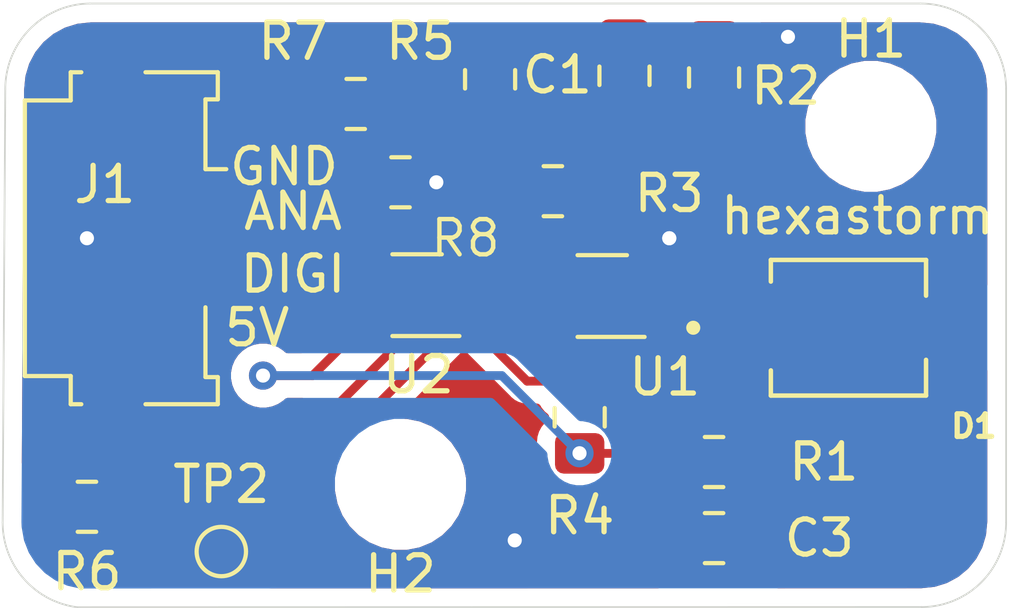
<source format=kicad_pcb>
(kicad_pcb (version 20171130) (host pcbnew "(5.1.10)-1")

  (general
    (thickness 1.6)
    (drawings 13)
    (tracks 120)
    (zones 0)
    (modules 17)
    (nets 9)
  )

  (page A4)
  (layers
    (0 F.Cu signal)
    (31 B.Cu signal)
    (32 B.Adhes user hide)
    (33 F.Adhes user hide)
    (34 B.Paste user hide)
    (35 F.Paste user hide)
    (36 B.SilkS user hide)
    (37 F.SilkS user)
    (38 B.Mask user hide)
    (39 F.Mask user hide)
    (40 Dwgs.User user hide)
    (41 Cmts.User user hide)
    (42 Eco1.User user hide)
    (43 Eco2.User user hide)
    (44 Edge.Cuts user)
    (45 Margin user)
    (46 B.CrtYd user hide)
    (47 F.CrtYd user)
    (48 B.Fab user hide)
    (49 F.Fab user hide)
  )

  (setup
    (last_trace_width 0.25)
    (trace_clearance 0.2)
    (zone_clearance 0.508)
    (zone_45_only no)
    (trace_min 0.2)
    (via_size 0.8)
    (via_drill 0.4)
    (via_min_size 0.4)
    (via_min_drill 0.3)
    (uvia_size 0.3)
    (uvia_drill 0.1)
    (uvias_allowed no)
    (uvia_min_size 0.2)
    (uvia_min_drill 0.1)
    (edge_width 0.05)
    (segment_width 0.2)
    (pcb_text_width 0.3)
    (pcb_text_size 1.5 1.5)
    (mod_edge_width 0.12)
    (mod_text_size 1 1)
    (mod_text_width 0.15)
    (pad_size 1.524 1.524)
    (pad_drill 0.762)
    (pad_to_mask_clearance 0.051)
    (solder_mask_min_width 0.25)
    (aux_axis_origin 0 0)
    (visible_elements 7FFFFFFF)
    (pcbplotparams
      (layerselection 0x010fc_ffffffff)
      (usegerberextensions true)
      (usegerberattributes false)
      (usegerberadvancedattributes false)
      (creategerberjobfile false)
      (excludeedgelayer true)
      (linewidth 0.100000)
      (plotframeref false)
      (viasonmask false)
      (mode 1)
      (useauxorigin false)
      (hpglpennumber 1)
      (hpglpenspeed 20)
      (hpglpendiameter 15.000000)
      (psnegative false)
      (psa4output false)
      (plotreference true)
      (plotvalue true)
      (plotinvisibletext false)
      (padsonsilk false)
      (subtractmaskfromsilk false)
      (outputformat 1)
      (mirror false)
      (drillshape 0)
      (scaleselection 1)
      (outputdirectory "gerber/"))
  )

  (net 0 "")
  (net 1 "Net-(C1-Pad2)")
  (net 2 GND)
  (net 3 +5V)
  (net 4 "Net-(R1-Pad1)")
  (net 5 "Net-(R4-Pad1)")
  (net 6 "Net-(R6-Pad1)")
  (net 7 ANALOG)
  (net 8 DIGITAL)

  (net_class Default "Dit is de standaard class."
    (clearance 0.2)
    (trace_width 0.25)
    (via_dia 0.8)
    (via_drill 0.4)
    (uvia_dia 0.3)
    (uvia_drill 0.1)
    (add_net +5V)
    (add_net ANALOG)
    (add_net DIGITAL)
    (add_net GND)
    (add_net "Net-(C1-Pad2)")
    (add_net "Net-(R1-Pad1)")
    (add_net "Net-(R4-Pad1)")
    (add_net "Net-(R6-Pad1)")
  )

  (module MountingHole:MountingHole_2.7mm_M2.5 (layer F.Cu) (tedit 56D1B4CB) (tstamp 60F480DB)
    (at 68.58 36.195)
    (descr "Mounting Hole 2.7mm, no annular, M2.5")
    (tags "mounting hole 2.7mm no annular m2.5")
    (path /60F59E31)
    (attr virtual)
    (fp_text reference H2 (at 0 2.54) (layer F.SilkS)
      (effects (font (size 1 1) (thickness 0.15)))
    )
    (fp_text value MountingHole (at 0 3.7) (layer F.Fab)
      (effects (font (size 1 1) (thickness 0.15)))
    )
    (fp_text user %R (at 0.3 0) (layer F.Fab)
      (effects (font (size 1 1) (thickness 0.15)))
    )
    (fp_circle (center 0 0) (end 2.7 0) (layer Cmts.User) (width 0.15))
    (fp_circle (center 0 0) (end 2.95 0) (layer F.CrtYd) (width 0.05))
    (pad 1 np_thru_hole circle (at 0 0) (size 2.7 2.7) (drill 2.7) (layers *.Cu *.Mask))
  )

  (module MountingHole:MountingHole_2.7mm_M2.5 (layer F.Cu) (tedit 56D1B4CB) (tstamp 60F480D3)
    (at 81.915 26.035)
    (descr "Mounting Hole 2.7mm, no annular, M2.5")
    (tags "mounting hole 2.7mm no annular m2.5")
    (path /60F59435)
    (attr virtual)
    (fp_text reference H1 (at 0 -2.4765) (layer F.SilkS)
      (effects (font (size 1 1) (thickness 0.15)))
    )
    (fp_text value MountingHole (at 0 3.7) (layer F.Fab)
      (effects (font (size 1 1) (thickness 0.15)))
    )
    (fp_text user %R (at 0.3 0) (layer F.Fab)
      (effects (font (size 1 1) (thickness 0.15)))
    )
    (fp_circle (center 0 0) (end 2.7 0) (layer Cmts.User) (width 0.15))
    (fp_circle (center 0 0) (end 2.95 0) (layer F.CrtYd) (width 0.05))
    (pad 1 np_thru_hole circle (at 0 0) (size 2.7 2.7) (drill 2.7) (layers *.Cu *.Mask))
  )

  (module Resistor_SMD:R_0805_2012Metric_Pad1.15x1.40mm_HandSolder (layer F.Cu) (tedit 5B36C52B) (tstamp 5D35729D)
    (at 77.47 35.56 180)
    (descr "Resistor SMD 0805 (2012 Metric), square (rectangular) end terminal, IPC_7351 nominal with elongated pad for handsoldering. (Body size source: https://docs.google.com/spreadsheets/d/1BsfQQcO9C6DZCsRaXUlFlo91Tg2WpOkGARC1WS5S8t0/edit?usp=sharing), generated with kicad-footprint-generator")
    (tags "resistor handsolder")
    (path /5D2FC149)
    (attr smd)
    (fp_text reference R1 (at -3.1115 0) (layer F.SilkS)
      (effects (font (size 1 1) (thickness 0.15)))
    )
    (fp_text value 22K (at 0 1.65) (layer F.Fab)
      (effects (font (size 1 1) (thickness 0.15)))
    )
    (fp_line (start 1.85 0.95) (end -1.85 0.95) (layer F.CrtYd) (width 0.05))
    (fp_line (start 1.85 -0.95) (end 1.85 0.95) (layer F.CrtYd) (width 0.05))
    (fp_line (start -1.85 -0.95) (end 1.85 -0.95) (layer F.CrtYd) (width 0.05))
    (fp_line (start -1.85 0.95) (end -1.85 -0.95) (layer F.CrtYd) (width 0.05))
    (fp_line (start -0.261252 0.71) (end 0.261252 0.71) (layer F.SilkS) (width 0.12))
    (fp_line (start -0.261252 -0.71) (end 0.261252 -0.71) (layer F.SilkS) (width 0.12))
    (fp_line (start 1 0.6) (end -1 0.6) (layer F.Fab) (width 0.1))
    (fp_line (start 1 -0.6) (end 1 0.6) (layer F.Fab) (width 0.1))
    (fp_line (start -1 -0.6) (end 1 -0.6) (layer F.Fab) (width 0.1))
    (fp_line (start -1 0.6) (end -1 -0.6) (layer F.Fab) (width 0.1))
    (fp_text user %R (at 0 0) (layer F.Fab)
      (effects (font (size 0.5 0.5) (thickness 0.08)))
    )
    (pad 2 smd roundrect (at 1.025 0 180) (size 1.15 1.4) (layers F.Cu F.Paste F.Mask) (roundrect_rratio 0.217391)
      (net 3 +5V))
    (pad 1 smd roundrect (at -1.025 0 180) (size 1.15 1.4) (layers F.Cu F.Paste F.Mask) (roundrect_rratio 0.217391)
      (net 4 "Net-(R1-Pad1)"))
    (model ${KISYS3DMOD}/Resistor_SMD.3dshapes/R_0805_2012Metric.wrl
      (at (xyz 0 0 0))
      (scale (xyz 1 1 1))
      (rotate (xyz 0 0 0))
    )
  )

  (module start-of-scanline-detector:Molex_200528-0040_1x04-1MP_P1.00mm_Horizontal (layer F.Cu) (tedit 60F54DC4) (tstamp 60F48108)
    (at 62.23 29.21 270)
    (descr "Molex Molex 1.00mm Pitch Easy-On BackFlip, Right-Angle, Bottom Contact FFC/FPC, 200528-0040, 4 Circuits (https://www.molex.com/pdm_docs/sd/2005280040_sd.pdf), generated with kicad-footprint-generator")
    (tags "connector Molex  top entry")
    (path /60F4F31C)
    (attr smd)
    (fp_text reference J1 (at -1.524 2.032 180) (layer F.SilkS)
      (effects (font (size 1 1) (thickness 0.15)))
    )
    (fp_text value "FPC molex 4 pin" (at 0 5.39 90) (layer F.Fab)
      (effects (font (size 1 1) (thickness 0.15)))
    )
    (fp_line (start 4.05 -1.06) (end 4.05 -0.71) (layer F.Fab) (width 0.1))
    (fp_line (start 4.05 -0.71) (end -4.05 -0.71) (layer F.Fab) (width 0.1))
    (fp_line (start -4.05 -0.71) (end -4.05 -1.06) (layer F.Fab) (width 0.1))
    (fp_line (start -4.05 -1.06) (end -4.6 -1.06) (layer F.Fab) (width 0.1))
    (fp_line (start -4.6 -1.06) (end -4.6 2.89) (layer F.Fab) (width 0.1))
    (fp_line (start -4.6 2.89) (end 4.6 2.89) (layer F.Fab) (width 0.1))
    (fp_line (start 4.6 2.89) (end 4.6 -1.06) (layer F.Fab) (width 0.1))
    (fp_line (start 4.6 -1.06) (end 4.05 -1.06) (layer F.Fab) (width 0.1))
    (fp_line (start -2 -0.71) (end -1.5 0.04) (layer F.Fab) (width 0.1))
    (fp_line (start -1.5 0.04) (end -1 -0.71) (layer F.Fab) (width 0.1))
    (fp_line (start 3.8 0.19) (end -3.8 0.19) (layer F.Fab) (width 0.1))
    (fp_line (start -3.8 0.19) (end -3.8 4.19) (layer F.Fab) (width 0.1))
    (fp_line (start -3.8 4.19) (end 3.8 4.19) (layer F.Fab) (width 0.1))
    (fp_line (start 3.8 4.19) (end 3.8 0.19) (layer F.Fab) (width 0.1))
    (fp_line (start -1.96 -1.41) (end -1.96 -0.82) (layer F.SilkS) (width 0.12))
    (fp_line (start -1.96 -0.82) (end -3.94 -0.82) (layer F.SilkS) (width 0.12))
    (fp_line (start -3.94 -0.82) (end -3.94 -1.17) (layer F.SilkS) (width 0.12))
    (fp_line (start -3.94 -1.17) (end -4.71 -1.17) (layer F.SilkS) (width 0.12))
    (fp_line (start -4.71 -1.17) (end -4.71 0.88) (layer F.SilkS) (width 0.12))
    (fp_line (start -4.71 2.7) (end -4.71 3) (layer F.SilkS) (width 0.12))
    (fp_line (start -4.71 3) (end -3.91 3) (layer F.SilkS) (width 0.12))
    (fp_line (start -3.91 3) (end -3.91 4.3) (layer F.SilkS) (width 0.12))
    (fp_line (start -3.91 4.3) (end 3.91 4.3) (layer F.SilkS) (width 0.12))
    (fp_line (start 3.91 4.3) (end 3.91 3) (layer F.SilkS) (width 0.12))
    (fp_line (start 3.91 3) (end 4.71 3) (layer F.SilkS) (width 0.12))
    (fp_line (start 4.71 3) (end 4.71 2.7) (layer F.SilkS) (width 0.12))
    (fp_line (start 4.71 0.88) (end 4.71 -1.17) (layer F.SilkS) (width 0.12))
    (fp_line (start 4.71 -1.17) (end 3.94 -1.17) (layer F.SilkS) (width 0.12))
    (fp_line (start 3.94 -1.17) (end 3.94 -0.82) (layer F.SilkS) (width 0.12))
    (fp_line (start 3.94 -0.82) (end 1.96 -0.82) (layer F.SilkS) (width 0.12))
    (fp_line (start -5.8 -1.91) (end -5.8 4.69) (layer F.CrtYd) (width 0.05))
    (fp_line (start -5.8 4.69) (end 5.8 4.69) (layer F.CrtYd) (width 0.05))
    (fp_line (start 5.8 4.69) (end 5.8 -1.91) (layer F.CrtYd) (width 0.05))
    (fp_line (start 5.8 -1.91) (end -5.8 -1.91) (layer F.CrtYd) (width 0.05))
    (fp_text user %R (at 0 1.39 90) (layer F.Fab)
      (effects (font (size 1 1) (thickness 0.15)))
    )
    (pad 4 smd rect (at 1.5 -0.91 270) (size 0.4 1) (layers F.Cu F.Paste F.Mask)
      (net 3 +5V))
    (pad 3 smd rect (at 0.5 -0.91 270) (size 0.4 1) (layers F.Cu F.Paste F.Mask)
      (net 8 DIGITAL))
    (pad 2 smd rect (at -0.5 -0.91 270) (size 0.4 1) (layers F.Cu F.Paste F.Mask)
      (net 7 ANALOG))
    (pad 1 smd rect (at -1.5 -0.91 270) (size 0.4 1) (layers F.Cu F.Paste F.Mask)
      (net 2 GND))
    (pad MP smd rect (at 4.3 1.79 270) (size 2 1.3) (layers F.Cu F.Paste F.Mask))
    (pad MP smd rect (at -4.3 1.79 270) (size 2 1.3) (layers F.Cu F.Paste F.Mask))
    (model ${KISYS3DMOD}/Connector_FFC-FPC.3dshapes/Molex_200528-0040_1x04-1MP_P1.00mm_Horizontal.wrl
      (at (xyz 0 0 0))
      (scale (xyz 1 1 1))
      (rotate (xyz 0 0 0))
    )
    (model ${KIPRJMOD}/library/3dshapes/2005280040.stp
      (offset (xyz 0 1 0))
      (scale (xyz 1 1 1))
      (rotate (xyz 180 0 0))
    )
  )

  (module start-of-scanline-detector:DIO_BPW_34_S-Z (layer F.Cu) (tedit 60F47780) (tstamp 60F4E1A5)
    (at 81.28 31.75 180)
    (path /60F4E6EC)
    (fp_text reference D1 (at -3.556 -2.794) (layer F.SilkS)
      (effects (font (size 0.64 0.64) (thickness 0.15)))
    )
    (fp_text value BPW_34_S-Z (at 1.5896 2.6936) (layer F.Fab)
      (effects (font (size 0.64 0.64) (thickness 0.15)))
    )
    (fp_circle (center 4.4 0) (end 4.5 0) (layer F.Fab) (width 0.2))
    (fp_circle (center 4.4 0) (end 4.5 0) (layer F.SilkS) (width 0.2))
    (fp_line (start 4.05 2.175) (end -4.05 2.175) (layer F.CrtYd) (width 0.05))
    (fp_line (start 4.05 -2.175) (end 4.05 2.175) (layer F.CrtYd) (width 0.05))
    (fp_line (start -4.05 -2.175) (end 4.05 -2.175) (layer F.CrtYd) (width 0.05))
    (fp_line (start -4.05 2.175) (end -4.05 -2.175) (layer F.CrtYd) (width 0.05))
    (fp_line (start 2.2 1.925) (end 2.2 1.31) (layer F.SilkS) (width 0.127))
    (fp_line (start -2.2 1.925) (end 2.2 1.925) (layer F.SilkS) (width 0.127))
    (fp_line (start -2.2 0.91) (end -2.2 1.925) (layer F.SilkS) (width 0.127))
    (fp_line (start 2.2 -1.925) (end 2.2 -1.21) (layer F.SilkS) (width 0.127))
    (fp_line (start -2.2 -1.925) (end 2.2 -1.925) (layer F.SilkS) (width 0.127))
    (fp_line (start -2.2 -0.91) (end -2.2 -1.925) (layer F.SilkS) (width 0.127))
    (fp_line (start 2.2 1.925) (end -2.2 1.925) (layer F.Fab) (width 0.127))
    (fp_line (start 2.2 -1.925) (end 2.2 1.925) (layer F.Fab) (width 0.127))
    (fp_line (start -2.2 -1.925) (end 2.2 -1.925) (layer F.Fab) (width 0.127))
    (fp_line (start -2.2 1.925) (end -2.2 -1.925) (layer F.Fab) (width 0.127))
    (fp_poly (pts (xy -3.7 -0.55) (xy -2.4 -0.55) (xy -2.4 0.55) (xy -3.7 0.55)) (layer F.Paste) (width 0.01))
    (fp_poly (pts (xy 2.4 -0.95) (xy 3.7 -0.95) (xy 3.7 0.95) (xy 2.4 0.95)) (layer F.Paste) (width 0.01))
    (fp_poly (pts (xy 2.3 -1.05) (xy 3.8 -1.05) (xy 3.8 1.05) (xy 2.3 1.05)) (layer F.Mask) (width 0.01))
    (fp_poly (pts (xy -3.8 -0.65) (xy -2.3 -0.65) (xy -2.3 0.65) (xy -3.8 0.65)) (layer F.Mask) (width 0.01))
    (pad C smd rect (at 3.05 0 180) (size 1.4 2) (layers F.Cu)
      (net 1 "Net-(C1-Pad2)"))
    (pad A smd rect (at -3.05 0 180) (size 1.4 1.2) (layers F.Cu)
      (net 2 GND))
    (model ${KIPRJMOD}/library/3dshapes/BPW_34_S_20180209_geometry.STEP
      (offset (xyz 0 0 1.2))
      (scale (xyz 1 1 1))
      (rotate (xyz 0 0 -90))
    )
  )

  (module TestPoint:TestPoint_Pad_D1.0mm (layer F.Cu) (tedit 5A0F774F) (tstamp 5D357324)
    (at 63.5 38.1)
    (descr "SMD pad as test Point, diameter 1.0mm")
    (tags "test point SMD pad")
    (path /5D306F69)
    (attr virtual)
    (fp_text reference TP2 (at 0 -1.905) (layer F.SilkS)
      (effects (font (size 1 1) (thickness 0.15)))
    )
    (fp_text value HSync (at 0 1.55) (layer F.Fab)
      (effects (font (size 1 1) (thickness 0.15)))
    )
    (fp_circle (center 0 0) (end 0 0.7) (layer F.SilkS) (width 0.12))
    (fp_circle (center 0 0) (end 1 0) (layer F.CrtYd) (width 0.05))
    (fp_text user %R (at 0 -1.45) (layer F.Fab)
      (effects (font (size 1 1) (thickness 0.15)))
    )
    (pad 1 smd circle (at 0 0) (size 1 1) (layers F.Cu F.Mask)
      (net 6 "Net-(R6-Pad1)"))
  )

  (module Package_TO_SOT_SMD:SOT-353_SC-70-5_Handsoldering (layer F.Cu) (tedit 5C9ED275) (tstamp 5D35734E)
    (at 69.05 30.825 180)
    (descr "SOT-353, SC-70-5, Handsoldering")
    (tags "SOT-353 SC-70-5 Handsoldering")
    (path /5D2FBC30)
    (attr smd)
    (fp_text reference U2 (at -0.038 -2.2585) (layer F.SilkS)
      (effects (font (size 1 1) (thickness 0.15)))
    )
    (fp_text value MIC920 (at 0 2 180) (layer F.Fab)
      (effects (font (size 1 1) (thickness 0.15)))
    )
    (fp_line (start -0.175 -1.1) (end -0.675 -0.6) (layer F.Fab) (width 0.1))
    (fp_line (start 0.675 1.1) (end -0.675 1.1) (layer F.Fab) (width 0.1))
    (fp_line (start 0.675 -1.1) (end 0.675 1.1) (layer F.Fab) (width 0.1))
    (fp_line (start -2.4 1.4) (end 2.4 1.4) (layer F.CrtYd) (width 0.05))
    (fp_line (start -0.675 -0.6) (end -0.675 1.1) (layer F.Fab) (width 0.1))
    (fp_line (start 0.675 -1.1) (end -0.175 -1.1) (layer F.Fab) (width 0.1))
    (fp_line (start -2.4 -1.4) (end 2.4 -1.4) (layer F.CrtYd) (width 0.05))
    (fp_line (start -2.4 -1.4) (end -2.4 1.4) (layer F.CrtYd) (width 0.05))
    (fp_line (start 2.4 1.4) (end 2.4 -1.4) (layer F.CrtYd) (width 0.05))
    (fp_line (start -0.7 1.16) (end 0.7 1.16) (layer F.SilkS) (width 0.12))
    (fp_line (start 0.7 -1.16) (end -1.2 -1.16) (layer F.SilkS) (width 0.12))
    (fp_text user %R (at 0 0 90) (layer F.Fab)
      (effects (font (size 0.5 0.5) (thickness 0.075)))
    )
    (pad 5 smd rect (at 1.33 -0.65 180) (size 1.5 0.4) (layers F.Cu F.Paste F.Mask)
      (net 3 +5V))
    (pad 4 smd rect (at 1.33 0.65 180) (size 1.5 0.4) (layers F.Cu F.Paste F.Mask)
      (net 6 "Net-(R6-Pad1)"))
    (pad 3 smd rect (at -1.33 0.65 180) (size 1.5 0.4) (layers F.Cu F.Paste F.Mask)
      (net 7 ANALOG))
    (pad 2 smd rect (at -1.33 0 180) (size 1.5 0.4) (layers F.Cu F.Paste F.Mask)
      (net 2 GND))
    (pad 1 smd rect (at -1.33 -0.65 180) (size 1.5 0.4) (layers F.Cu F.Paste F.Mask)
      (net 5 "Net-(R4-Pad1)"))
    (model ${KISYS3DMOD}/Package_TO_SOT_SMD.3dshapes/SOT-353_SC-70-5.wrl
      (at (xyz 0 0 0))
      (scale (xyz 1 1 1))
      (rotate (xyz 0 0 0))
    )
  )

  (module Package_TO_SOT_SMD:SOT-353_SC-70-5_Handsoldering (layer F.Cu) (tedit 5C9ED275) (tstamp 5D357339)
    (at 74.3 30.85 180)
    (descr "SOT-353, SC-70-5, Handsoldering")
    (tags "SOT-353 SC-70-5 Handsoldering")
    (path /5D2FBB8F)
    (attr smd)
    (fp_text reference U1 (at -1.773 -2.297) (layer F.SilkS)
      (effects (font (size 1 1) (thickness 0.15)))
    )
    (fp_text value MIC920 (at 0 2 180) (layer F.Fab)
      (effects (font (size 1 1) (thickness 0.15)))
    )
    (fp_line (start -0.175 -1.1) (end -0.675 -0.6) (layer F.Fab) (width 0.1))
    (fp_line (start 0.675 1.1) (end -0.675 1.1) (layer F.Fab) (width 0.1))
    (fp_line (start 0.675 -1.1) (end 0.675 1.1) (layer F.Fab) (width 0.1))
    (fp_line (start -2.4 1.4) (end 2.4 1.4) (layer F.CrtYd) (width 0.05))
    (fp_line (start -0.675 -0.6) (end -0.675 1.1) (layer F.Fab) (width 0.1))
    (fp_line (start 0.675 -1.1) (end -0.175 -1.1) (layer F.Fab) (width 0.1))
    (fp_line (start -2.4 -1.4) (end 2.4 -1.4) (layer F.CrtYd) (width 0.05))
    (fp_line (start -2.4 -1.4) (end -2.4 1.4) (layer F.CrtYd) (width 0.05))
    (fp_line (start 2.4 1.4) (end 2.4 -1.4) (layer F.CrtYd) (width 0.05))
    (fp_line (start -0.7 1.16) (end 0.7 1.16) (layer F.SilkS) (width 0.12))
    (fp_line (start 0.7 -1.16) (end -1.2 -1.16) (layer F.SilkS) (width 0.12))
    (fp_text user %R (at 0 0 90) (layer F.Fab)
      (effects (font (size 0.5 0.5) (thickness 0.075)))
    )
    (pad 5 smd rect (at 1.33 -0.65 180) (size 1.5 0.4) (layers F.Cu F.Paste F.Mask)
      (net 3 +5V))
    (pad 4 smd rect (at 1.33 0.65 180) (size 1.5 0.4) (layers F.Cu F.Paste F.Mask)
      (net 7 ANALOG))
    (pad 3 smd rect (at -1.33 0.65 180) (size 1.5 0.4) (layers F.Cu F.Paste F.Mask)
      (net 1 "Net-(C1-Pad2)"))
    (pad 2 smd rect (at -1.33 0 180) (size 1.5 0.4) (layers F.Cu F.Paste F.Mask)
      (net 2 GND))
    (pad 1 smd rect (at -1.33 -0.65 180) (size 1.5 0.4) (layers F.Cu F.Paste F.Mask)
      (net 4 "Net-(R1-Pad1)"))
    (model ${KISYS3DMOD}/Package_TO_SOT_SMD.3dshapes/SOT-353_SC-70-5.wrl
      (at (xyz 0 0 0))
      (scale (xyz 1 1 1))
      (rotate (xyz 0 0 0))
    )
  )

  (module Resistor_SMD:R_0805_2012Metric_Pad1.15x1.40mm_HandSolder (layer F.Cu) (tedit 5B36C52B) (tstamp 5D357314)
    (at 68.58 27.6225)
    (descr "Resistor SMD 0805 (2012 Metric), square (rectangular) end terminal, IPC_7351 nominal with elongated pad for handsoldering. (Body size source: https://docs.google.com/spreadsheets/d/1BsfQQcO9C6DZCsRaXUlFlo91Tg2WpOkGARC1WS5S8t0/edit?usp=sharing), generated with kicad-footprint-generator")
    (tags "resistor handsolder")
    (path /5D2FBFE4)
    (attr smd)
    (fp_text reference R8 (at 1.8415 1.5875) (layer F.SilkS)
      (effects (font (size 1 1) (thickness 0.125)))
    )
    (fp_text value 8K2 (at 0.275 1.925) (layer F.Fab)
      (effects (font (size 1 1) (thickness 0.15)))
    )
    (fp_line (start 1.85 0.95) (end -1.85 0.95) (layer F.CrtYd) (width 0.05))
    (fp_line (start 1.85 -0.95) (end 1.85 0.95) (layer F.CrtYd) (width 0.05))
    (fp_line (start -1.85 -0.95) (end 1.85 -0.95) (layer F.CrtYd) (width 0.05))
    (fp_line (start -1.85 0.95) (end -1.85 -0.95) (layer F.CrtYd) (width 0.05))
    (fp_line (start -0.261252 0.71) (end 0.261252 0.71) (layer F.SilkS) (width 0.12))
    (fp_line (start -0.261252 -0.71) (end 0.261252 -0.71) (layer F.SilkS) (width 0.12))
    (fp_line (start 1 0.6) (end -1 0.6) (layer F.Fab) (width 0.1))
    (fp_line (start 1 -0.6) (end 1 0.6) (layer F.Fab) (width 0.1))
    (fp_line (start -1 -0.6) (end 1 -0.6) (layer F.Fab) (width 0.1))
    (fp_line (start -1 0.6) (end -1 -0.6) (layer F.Fab) (width 0.1))
    (fp_text user %R (at -0.075 -0.2) (layer F.Fab)
      (effects (font (size 0.5 0.5) (thickness 0.08)))
    )
    (pad 2 smd roundrect (at 1.025 0) (size 1.15 1.4) (layers F.Cu F.Paste F.Mask) (roundrect_rratio 0.217391)
      (net 2 GND))
    (pad 1 smd roundrect (at -1.025 0) (size 1.15 1.4) (layers F.Cu F.Paste F.Mask) (roundrect_rratio 0.217391)
      (net 8 DIGITAL))
    (model ${KISYS3DMOD}/Resistor_SMD.3dshapes/R_0805_2012Metric.wrl
      (at (xyz 0 0 0))
      (scale (xyz 1 1 1))
      (rotate (xyz 0 0 0))
    )
  )

  (module Resistor_SMD:R_0805_2012Metric_Pad1.15x1.40mm_HandSolder (layer F.Cu) (tedit 5B36C52B) (tstamp 5D357303)
    (at 67.31 25.4)
    (descr "Resistor SMD 0805 (2012 Metric), square (rectangular) end terminal, IPC_7351 nominal with elongated pad for handsoldering. (Body size source: https://docs.google.com/spreadsheets/d/1BsfQQcO9C6DZCsRaXUlFlo91Tg2WpOkGARC1WS5S8t0/edit?usp=sharing), generated with kicad-footprint-generator")
    (tags "resistor handsolder")
    (path /5D2FC093)
    (attr smd)
    (fp_text reference R7 (at -1.778 -1.778) (layer F.SilkS)
      (effects (font (size 1 1) (thickness 0.15)))
    )
    (fp_text value 1K5 (at 0 1.65) (layer F.Fab)
      (effects (font (size 1 1) (thickness 0.15)))
    )
    (fp_line (start 1.85 0.95) (end -1.85 0.95) (layer F.CrtYd) (width 0.05))
    (fp_line (start 1.85 -0.95) (end 1.85 0.95) (layer F.CrtYd) (width 0.05))
    (fp_line (start -1.85 -0.95) (end 1.85 -0.95) (layer F.CrtYd) (width 0.05))
    (fp_line (start -1.85 0.95) (end -1.85 -0.95) (layer F.CrtYd) (width 0.05))
    (fp_line (start -0.261252 0.71) (end 0.261252 0.71) (layer F.SilkS) (width 0.12))
    (fp_line (start -0.261252 -0.71) (end 0.261252 -0.71) (layer F.SilkS) (width 0.12))
    (fp_line (start 1 0.6) (end -1 0.6) (layer F.Fab) (width 0.1))
    (fp_line (start 1 -0.6) (end 1 0.6) (layer F.Fab) (width 0.1))
    (fp_line (start -1 -0.6) (end 1 -0.6) (layer F.Fab) (width 0.1))
    (fp_line (start -1 0.6) (end -1 -0.6) (layer F.Fab) (width 0.1))
    (fp_text user %R (at 0 -0.1) (layer F.Fab)
      (effects (font (size 0.5 0.5) (thickness 0.08)))
    )
    (pad 2 smd roundrect (at 1.025 0) (size 1.15 1.4) (layers F.Cu F.Paste F.Mask) (roundrect_rratio 0.217391)
      (net 6 "Net-(R6-Pad1)"))
    (pad 1 smd roundrect (at -1.025 0) (size 1.15 1.4) (layers F.Cu F.Paste F.Mask) (roundrect_rratio 0.217391)
      (net 8 DIGITAL))
    (model ${KISYS3DMOD}/Resistor_SMD.3dshapes/R_0805_2012Metric.wrl
      (at (xyz 0 0 0))
      (scale (xyz 1 1 1))
      (rotate (xyz 0 0 0))
    )
  )

  (module Resistor_SMD:R_0805_2012Metric_Pad1.15x1.40mm_HandSolder (layer F.Cu) (tedit 5B36C52B) (tstamp 5D3572F2)
    (at 59.69 36.83)
    (descr "Resistor SMD 0805 (2012 Metric), square (rectangular) end terminal, IPC_7351 nominal with elongated pad for handsoldering. (Body size source: https://docs.google.com/spreadsheets/d/1BsfQQcO9C6DZCsRaXUlFlo91Tg2WpOkGARC1WS5S8t0/edit?usp=sharing), generated with kicad-footprint-generator")
    (tags "resistor handsolder")
    (path /5D2FC0D0)
    (attr smd)
    (fp_text reference R6 (at 0 1.8415) (layer F.SilkS)
      (effects (font (size 1 1) (thickness 0.15)))
    )
    (fp_text value 22K (at 0 1.65) (layer F.Fab)
      (effects (font (size 1 1) (thickness 0.15)))
    )
    (fp_line (start 1.85 0.95) (end -1.85 0.95) (layer F.CrtYd) (width 0.05))
    (fp_line (start 1.85 -0.95) (end 1.85 0.95) (layer F.CrtYd) (width 0.05))
    (fp_line (start -1.85 -0.95) (end 1.85 -0.95) (layer F.CrtYd) (width 0.05))
    (fp_line (start -1.85 0.95) (end -1.85 -0.95) (layer F.CrtYd) (width 0.05))
    (fp_line (start -0.261252 0.71) (end 0.261252 0.71) (layer F.SilkS) (width 0.12))
    (fp_line (start -0.261252 -0.71) (end 0.261252 -0.71) (layer F.SilkS) (width 0.12))
    (fp_line (start 1 0.6) (end -1 0.6) (layer F.Fab) (width 0.1))
    (fp_line (start 1 -0.6) (end 1 0.6) (layer F.Fab) (width 0.1))
    (fp_line (start -1 -0.6) (end 1 -0.6) (layer F.Fab) (width 0.1))
    (fp_line (start -1 0.6) (end -1 -0.6) (layer F.Fab) (width 0.1))
    (fp_text user %R (at 0 0) (layer F.Fab)
      (effects (font (size 0.5 0.5) (thickness 0.08)))
    )
    (pad 2 smd roundrect (at 1.025 0) (size 1.15 1.4) (layers F.Cu F.Paste F.Mask) (roundrect_rratio 0.217391)
      (net 5 "Net-(R4-Pad1)"))
    (pad 1 smd roundrect (at -1.025 0) (size 1.15 1.4) (layers F.Cu F.Paste F.Mask) (roundrect_rratio 0.217391)
      (net 6 "Net-(R6-Pad1)"))
    (model ${KISYS3DMOD}/Resistor_SMD.3dshapes/R_0805_2012Metric.wrl
      (at (xyz 0 0 0))
      (scale (xyz 1 1 1))
      (rotate (xyz 0 0 0))
    )
  )

  (module Resistor_SMD:R_0805_2012Metric_Pad1.15x1.40mm_HandSolder (layer F.Cu) (tedit 5B36C52B) (tstamp 5D3572E1)
    (at 71.12 24.7 270)
    (descr "Resistor SMD 0805 (2012 Metric), square (rectangular) end terminal, IPC_7351 nominal with elongated pad for handsoldering. (Body size source: https://docs.google.com/spreadsheets/d/1BsfQQcO9C6DZCsRaXUlFlo91Tg2WpOkGARC1WS5S8t0/edit?usp=sharing), generated with kicad-footprint-generator")
    (tags "resistor handsolder")
    (path /5D2FC1B7)
    (attr smd)
    (fp_text reference R5 (at -1.078 1.9685) (layer F.SilkS)
      (effects (font (size 1 1) (thickness 0.15)))
    )
    (fp_text value 8K2 (at 0 1.65 90) (layer F.Fab)
      (effects (font (size 1 1) (thickness 0.15)))
    )
    (fp_line (start 1.85 0.95) (end -1.85 0.95) (layer F.CrtYd) (width 0.05))
    (fp_line (start 1.85 -0.95) (end 1.85 0.95) (layer F.CrtYd) (width 0.05))
    (fp_line (start -1.85 -0.95) (end 1.85 -0.95) (layer F.CrtYd) (width 0.05))
    (fp_line (start -1.85 0.95) (end -1.85 -0.95) (layer F.CrtYd) (width 0.05))
    (fp_line (start -0.261252 0.71) (end 0.261252 0.71) (layer F.SilkS) (width 0.12))
    (fp_line (start -0.261252 -0.71) (end 0.261252 -0.71) (layer F.SilkS) (width 0.12))
    (fp_line (start 1 0.6) (end -1 0.6) (layer F.Fab) (width 0.1))
    (fp_line (start 1 -0.6) (end 1 0.6) (layer F.Fab) (width 0.1))
    (fp_line (start -1 -0.6) (end 1 -0.6) (layer F.Fab) (width 0.1))
    (fp_line (start -1 0.6) (end -1 -0.6) (layer F.Fab) (width 0.1))
    (fp_text user %R (at 0 0 90) (layer F.Fab)
      (effects (font (size 0.5 0.5) (thickness 0.08)))
    )
    (pad 2 smd roundrect (at 1.025 0 270) (size 1.15 1.4) (layers F.Cu F.Paste F.Mask) (roundrect_rratio 0.217391)
      (net 5 "Net-(R4-Pad1)"))
    (pad 1 smd roundrect (at -1.025 0 270) (size 1.15 1.4) (layers F.Cu F.Paste F.Mask) (roundrect_rratio 0.217391)
      (net 2 GND))
    (model ${KISYS3DMOD}/Resistor_SMD.3dshapes/R_0805_2012Metric.wrl
      (at (xyz 0 0 0))
      (scale (xyz 1 1 1))
      (rotate (xyz 0 0 0))
    )
  )

  (module Resistor_SMD:R_0805_2012Metric_Pad1.15x1.40mm_HandSolder (layer F.Cu) (tedit 5B36C52B) (tstamp 5D3572D0)
    (at 73.66 34.29 270)
    (descr "Resistor SMD 0805 (2012 Metric), square (rectangular) end terminal, IPC_7351 nominal with elongated pad for handsoldering. (Body size source: https://docs.google.com/spreadsheets/d/1BsfQQcO9C6DZCsRaXUlFlo91Tg2WpOkGARC1WS5S8t0/edit?usp=sharing), generated with kicad-footprint-generator")
    (tags "resistor handsolder")
    (path /5D2FC0FA)
    (attr smd)
    (fp_text reference R4 (at 2.794 0 180) (layer F.SilkS)
      (effects (font (size 1 1) (thickness 0.15)))
    )
    (fp_text value 8K2 (at 0 1.65 90) (layer F.Fab)
      (effects (font (size 1 1) (thickness 0.15)))
    )
    (fp_line (start 1.85 0.95) (end -1.85 0.95) (layer F.CrtYd) (width 0.05))
    (fp_line (start 1.85 -0.95) (end 1.85 0.95) (layer F.CrtYd) (width 0.05))
    (fp_line (start -1.85 -0.95) (end 1.85 -0.95) (layer F.CrtYd) (width 0.05))
    (fp_line (start -1.85 0.95) (end -1.85 -0.95) (layer F.CrtYd) (width 0.05))
    (fp_line (start -0.261252 0.71) (end 0.261252 0.71) (layer F.SilkS) (width 0.12))
    (fp_line (start -0.261252 -0.71) (end 0.261252 -0.71) (layer F.SilkS) (width 0.12))
    (fp_line (start 1 0.6) (end -1 0.6) (layer F.Fab) (width 0.1))
    (fp_line (start 1 -0.6) (end 1 0.6) (layer F.Fab) (width 0.1))
    (fp_line (start -1 -0.6) (end 1 -0.6) (layer F.Fab) (width 0.1))
    (fp_line (start -1 0.6) (end -1 -0.6) (layer F.Fab) (width 0.1))
    (fp_text user %R (at 0 0 90) (layer F.Fab)
      (effects (font (size 0.5 0.5) (thickness 0.08)))
    )
    (pad 2 smd roundrect (at 1.025 0 270) (size 1.15 1.4) (layers F.Cu F.Paste F.Mask) (roundrect_rratio 0.217391)
      (net 3 +5V))
    (pad 1 smd roundrect (at -1.025 0 270) (size 1.15 1.4) (layers F.Cu F.Paste F.Mask) (roundrect_rratio 0.217391)
      (net 5 "Net-(R4-Pad1)"))
    (model ${KISYS3DMOD}/Resistor_SMD.3dshapes/R_0805_2012Metric.wrl
      (at (xyz 0 0 0))
      (scale (xyz 1 1 1))
      (rotate (xyz 0 0 0))
    )
  )

  (module Resistor_SMD:R_0805_2012Metric_Pad1.15x1.40mm_HandSolder (layer F.Cu) (tedit 5B36C52B) (tstamp 5D3572BF)
    (at 72.9 27.875 180)
    (descr "Resistor SMD 0805 (2012 Metric), square (rectangular) end terminal, IPC_7351 nominal with elongated pad for handsoldering. (Body size source: https://docs.google.com/spreadsheets/d/1BsfQQcO9C6DZCsRaXUlFlo91Tg2WpOkGARC1WS5S8t0/edit?usp=sharing), generated with kicad-footprint-generator")
    (tags "resistor handsolder")
    (path /5D2FC1F7)
    (attr smd)
    (fp_text reference R3 (at -3.3 -0.065) (layer F.SilkS)
      (effects (font (size 1 1) (thickness 0.15)))
    )
    (fp_text value 22K (at 0 1.65) (layer F.Fab)
      (effects (font (size 1 1) (thickness 0.15)))
    )
    (fp_line (start 1.85 0.95) (end -1.85 0.95) (layer F.CrtYd) (width 0.05))
    (fp_line (start 1.85 -0.95) (end 1.85 0.95) (layer F.CrtYd) (width 0.05))
    (fp_line (start -1.85 -0.95) (end 1.85 -0.95) (layer F.CrtYd) (width 0.05))
    (fp_line (start -1.85 0.95) (end -1.85 -0.95) (layer F.CrtYd) (width 0.05))
    (fp_line (start -0.261252 0.71) (end 0.261252 0.71) (layer F.SilkS) (width 0.12))
    (fp_line (start -0.261252 -0.71) (end 0.261252 -0.71) (layer F.SilkS) (width 0.12))
    (fp_line (start 1 0.6) (end -1 0.6) (layer F.Fab) (width 0.1))
    (fp_line (start 1 -0.6) (end 1 0.6) (layer F.Fab) (width 0.1))
    (fp_line (start -1 -0.6) (end 1 -0.6) (layer F.Fab) (width 0.1))
    (fp_line (start -1 0.6) (end -1 -0.6) (layer F.Fab) (width 0.1))
    (fp_text user %R (at 0 0) (layer F.Fab)
      (effects (font (size 0.5 0.5) (thickness 0.08)))
    )
    (pad 2 smd roundrect (at 1.025 0 180) (size 1.15 1.4) (layers F.Cu F.Paste F.Mask) (roundrect_rratio 0.217391)
      (net 7 ANALOG))
    (pad 1 smd roundrect (at -1.025 0 180) (size 1.15 1.4) (layers F.Cu F.Paste F.Mask) (roundrect_rratio 0.217391)
      (net 1 "Net-(C1-Pad2)"))
    (model ${KISYS3DMOD}/Resistor_SMD.3dshapes/R_0805_2012Metric.wrl
      (at (xyz 0 0 0))
      (scale (xyz 1 1 1))
      (rotate (xyz 0 0 0))
    )
  )

  (module Resistor_SMD:R_0805_2012Metric_Pad1.15x1.40mm_HandSolder (layer F.Cu) (tedit 5B36C52B) (tstamp 5D3572AE)
    (at 77.47 24.65 270)
    (descr "Resistor SMD 0805 (2012 Metric), square (rectangular) end terminal, IPC_7351 nominal with elongated pad for handsoldering. (Body size source: https://docs.google.com/spreadsheets/d/1BsfQQcO9C6DZCsRaXUlFlo91Tg2WpOkGARC1WS5S8t0/edit?usp=sharing), generated with kicad-footprint-generator")
    (tags "resistor handsolder")
    (path /5D2FC173)
    (attr smd)
    (fp_text reference R2 (at 0.242 -2.032 180) (layer F.SilkS)
      (effects (font (size 1 1) (thickness 0.15)))
    )
    (fp_text value 8K2 (at 0 1.65 90) (layer F.Fab)
      (effects (font (size 1 1) (thickness 0.15)))
    )
    (fp_line (start 1.85 0.95) (end -1.85 0.95) (layer F.CrtYd) (width 0.05))
    (fp_line (start 1.85 -0.95) (end 1.85 0.95) (layer F.CrtYd) (width 0.05))
    (fp_line (start -1.85 -0.95) (end 1.85 -0.95) (layer F.CrtYd) (width 0.05))
    (fp_line (start -1.85 0.95) (end -1.85 -0.95) (layer F.CrtYd) (width 0.05))
    (fp_line (start -0.261252 0.71) (end 0.261252 0.71) (layer F.SilkS) (width 0.12))
    (fp_line (start -0.261252 -0.71) (end 0.261252 -0.71) (layer F.SilkS) (width 0.12))
    (fp_line (start 1 0.6) (end -1 0.6) (layer F.Fab) (width 0.1))
    (fp_line (start 1 -0.6) (end 1 0.6) (layer F.Fab) (width 0.1))
    (fp_line (start -1 -0.6) (end 1 -0.6) (layer F.Fab) (width 0.1))
    (fp_line (start -1 0.6) (end -1 -0.6) (layer F.Fab) (width 0.1))
    (fp_text user %R (at 0 0 90) (layer F.Fab)
      (effects (font (size 0.5 0.5) (thickness 0.08)))
    )
    (pad 2 smd roundrect (at 1.025 0 270) (size 1.15 1.4) (layers F.Cu F.Paste F.Mask) (roundrect_rratio 0.217391)
      (net 4 "Net-(R1-Pad1)"))
    (pad 1 smd roundrect (at -1.025 0 270) (size 1.15 1.4) (layers F.Cu F.Paste F.Mask) (roundrect_rratio 0.217391)
      (net 2 GND))
    (model ${KISYS3DMOD}/Resistor_SMD.3dshapes/R_0805_2012Metric.wrl
      (at (xyz 0 0 0))
      (scale (xyz 1 1 1))
      (rotate (xyz 0 0 0))
    )
  )

  (module Capacitor_SMD:C_0805_2012Metric_Pad1.15x1.40mm_HandSolder (layer F.Cu) (tedit 5B36C52B) (tstamp 5D357235)
    (at 77.47 37.719)
    (descr "Capacitor SMD 0805 (2012 Metric), square (rectangular) end terminal, IPC_7351 nominal with elongated pad for handsoldering. (Body size source: https://docs.google.com/spreadsheets/d/1BsfQQcO9C6DZCsRaXUlFlo91Tg2WpOkGARC1WS5S8t0/edit?usp=sharing), generated with kicad-footprint-generator")
    (tags "capacitor handsolder")
    (path /5D3087E5)
    (attr smd)
    (fp_text reference C3 (at 2.9845 0) (layer F.SilkS)
      (effects (font (size 1 1) (thickness 0.15)))
    )
    (fp_text value 1uF (at 0 1.65 270) (layer F.Fab)
      (effects (font (size 1 1) (thickness 0.15)))
    )
    (fp_line (start 1.85 0.95) (end -1.85 0.95) (layer F.CrtYd) (width 0.05))
    (fp_line (start 1.85 -0.95) (end 1.85 0.95) (layer F.CrtYd) (width 0.05))
    (fp_line (start -1.85 -0.95) (end 1.85 -0.95) (layer F.CrtYd) (width 0.05))
    (fp_line (start -1.85 0.95) (end -1.85 -0.95) (layer F.CrtYd) (width 0.05))
    (fp_line (start -0.261252 0.71) (end 0.261252 0.71) (layer F.SilkS) (width 0.12))
    (fp_line (start -0.261252 -0.71) (end 0.261252 -0.71) (layer F.SilkS) (width 0.12))
    (fp_line (start 1 0.6) (end -1 0.6) (layer F.Fab) (width 0.1))
    (fp_line (start 1 -0.6) (end 1 0.6) (layer F.Fab) (width 0.1))
    (fp_line (start -1 -0.6) (end 1 -0.6) (layer F.Fab) (width 0.1))
    (fp_line (start -1 0.6) (end -1 -0.6) (layer F.Fab) (width 0.1))
    (fp_text user %R (at 0 0) (layer F.Fab)
      (effects (font (size 0.5 0.5) (thickness 0.08)))
    )
    (pad 2 smd roundrect (at 1.025 0) (size 1.15 1.4) (layers F.Cu F.Paste F.Mask) (roundrect_rratio 0.217391)
      (net 2 GND))
    (pad 1 smd roundrect (at -1.025 0) (size 1.15 1.4) (layers F.Cu F.Paste F.Mask) (roundrect_rratio 0.217391)
      (net 3 +5V))
    (model ${KISYS3DMOD}/Capacitor_SMD.3dshapes/C_0805_2012Metric.wrl
      (at (xyz 0 0 0))
      (scale (xyz 1 1 1))
      (rotate (xyz 0 0 0))
    )
  )

  (module Capacitor_SMD:C_0805_2012Metric_Pad1.15x1.40mm_HandSolder (layer F.Cu) (tedit 5B36C52B) (tstamp 5D357213)
    (at 74.93 24.6 270)
    (descr "Capacitor SMD 0805 (2012 Metric), square (rectangular) end terminal, IPC_7351 nominal with elongated pad for handsoldering. (Body size source: https://docs.google.com/spreadsheets/d/1BsfQQcO9C6DZCsRaXUlFlo91Tg2WpOkGARC1WS5S8t0/edit?usp=sharing), generated with kicad-footprint-generator")
    (tags "capacitor handsolder")
    (path /5D30149C)
    (attr smd)
    (fp_text reference C1 (at -0.0255 1.905) (layer F.SilkS)
      (effects (font (size 1 1) (thickness 0.15)))
    )
    (fp_text value 220pF (at 0 1.65 90) (layer F.Fab)
      (effects (font (size 1 1) (thickness 0.15)))
    )
    (fp_line (start 1.85 0.95) (end -1.85 0.95) (layer F.CrtYd) (width 0.05))
    (fp_line (start 1.85 -0.95) (end 1.85 0.95) (layer F.CrtYd) (width 0.05))
    (fp_line (start -1.85 -0.95) (end 1.85 -0.95) (layer F.CrtYd) (width 0.05))
    (fp_line (start -1.85 0.95) (end -1.85 -0.95) (layer F.CrtYd) (width 0.05))
    (fp_line (start -0.261252 0.71) (end 0.261252 0.71) (layer F.SilkS) (width 0.12))
    (fp_line (start -0.261252 -0.71) (end 0.261252 -0.71) (layer F.SilkS) (width 0.12))
    (fp_line (start 1 0.6) (end -1 0.6) (layer F.Fab) (width 0.1))
    (fp_line (start 1 -0.6) (end 1 0.6) (layer F.Fab) (width 0.1))
    (fp_line (start -1 -0.6) (end 1 -0.6) (layer F.Fab) (width 0.1))
    (fp_line (start -1 0.6) (end -1 -0.6) (layer F.Fab) (width 0.1))
    (fp_text user %R (at 0 0 90) (layer F.Fab)
      (effects (font (size 0.5 0.5) (thickness 0.08)))
    )
    (pad 2 smd roundrect (at 1.025 0 270) (size 1.15 1.4) (layers F.Cu F.Paste F.Mask) (roundrect_rratio 0.217391)
      (net 1 "Net-(C1-Pad2)"))
    (pad 1 smd roundrect (at -1.025 0 270) (size 1.15 1.4) (layers F.Cu F.Paste F.Mask) (roundrect_rratio 0.217391)
      (net 7 ANALOG))
    (model ${KISYS3DMOD}/Capacitor_SMD.3dshapes/C_0805_2012Metric.wrl
      (at (xyz 0 0 0))
      (scale (xyz 1 1 1))
      (rotate (xyz 0 0 0))
    )
  )

  (gr_text DIGI (at 65.532 30.226) (layer F.SilkS)
    (effects (font (size 1 1) (thickness 0.15)))
  )
  (gr_text ANA (at 65.532 28.448) (layer F.SilkS)
    (effects (font (size 1 1) (thickness 0.15)))
  )
  (gr_text "hexastorm " (at 81.915 28.575) (layer F.SilkS)
    (effects (font (size 1 1) (thickness 0.15)))
  )
  (gr_text 5V (at 64.516 31.75) (layer F.SilkS)
    (effects (font (size 1 1) (thickness 0.15)))
  )
  (gr_text GND (at 65.278 27.178) (layer F.SilkS)
    (effects (font (size 1 1) (thickness 0.15)))
  )
  (gr_arc (start 59.8 24.975) (end 59.775 22.55) (angle -89.40934279) (layer Edge.Cuts) (width 0.05) (tstamp 5D3588EE))
  (gr_arc (start 59.725 37.275) (end 57.3 37.275) (angle -82.87498365) (layer Edge.Cuts) (width 0.05) (tstamp 5D3588EE))
  (gr_arc (start 83.35 37.275) (end 83.35 39.675) (angle -90) (layer Edge.Cuts) (width 0.05) (tstamp 5D3588EE))
  (gr_arc (start 83.325 24.975) (end 85.75 24.975) (angle -90) (layer Edge.Cuts) (width 0.05))
  (gr_line (start 59.775 22.55) (end 83.325 22.55) (layer Edge.Cuts) (width 0.05))
  (gr_line (start 57.3 37.275) (end 57.374871 24.975) (layer Edge.Cuts) (width 0.05))
  (gr_line (start 83.35 39.675) (end 59.424216 39.681274) (layer Edge.Cuts) (width 0.05))
  (gr_line (start 85.75 24.975) (end 85.75 37.275) (layer Edge.Cuts) (width 0.05))

  (segment (start 76.63 30.2) (end 75.63 30.2) (width 0.25) (layer F.Cu) (net 1))
  (segment (start 73.925 27.45) (end 73.925 27.875) (width 0.25) (layer F.Cu) (net 1))
  (segment (start 76.755 30.2) (end 78.23 31.675) (width 0.25) (layer F.Cu) (net 1))
  (segment (start 75.63 30.2) (end 76.755 30.2) (width 0.25) (layer F.Cu) (net 1))
  (segment (start 73.925 26.63) (end 74.93 25.625) (width 0.25) (layer F.Cu) (net 1))
  (segment (start 73.925 27.875) (end 73.925 26.63) (width 0.25) (layer F.Cu) (net 1))
  (segment (start 78.23 30.17758) (end 78.23 31.75) (width 0.25) (layer F.Cu) (net 1))
  (segment (start 75.92742 27.875) (end 78.23 30.17758) (width 0.25) (layer F.Cu) (net 1))
  (segment (start 73.925 27.875) (end 75.92742 27.875) (width 0.25) (layer F.Cu) (net 1))
  (via (at 69.596 27.6225) (size 0.8) (drill 0.4) (layers F.Cu B.Cu) (net 2))
  (segment (start 71.38 30.825) (end 70.38 30.825) (width 0.25) (layer F.Cu) (net 2))
  (segment (start 71.455001 30.900001) (end 71.38 30.825) (width 0.25) (layer F.Cu) (net 2))
  (segment (start 75.605 30.825) (end 75.63 30.85) (width 0.25) (layer F.Cu) (net 2))
  (segment (start 70.38 30.825) (end 75.605 30.825) (width 0.25) (layer F.Cu) (net 2))
  (segment (start 65.7854 23.675) (end 71.12 23.675) (width 0.25) (layer F.Cu) (net 2))
  (segment (start 63.14 26.3204) (end 65.7854 23.675) (width 0.25) (layer F.Cu) (net 2))
  (segment (start 63.14 27.71) (end 63.14 26.3204) (width 0.25) (layer F.Cu) (net 2))
  (segment (start 75.63 30.85) (end 74.744998 30.85) (width 0.25) (layer F.Cu) (net 2))
  (segment (start 76.2 29.21) (end 76.2 29.21) (width 0.25) (layer F.Cu) (net 2) (tstamp 60F51571))
  (via (at 76.2 29.21) (size 0.8) (drill 0.4) (layers F.Cu B.Cu) (net 2))
  (segment (start 76.2 29.21) (end 76.2 29.21) (width 0.25) (layer F.Cu) (net 2) (tstamp 60F51573))
  (via (at 76.2 29.21) (size 0.8) (drill 0.4) (layers F.Cu B.Cu) (net 2))
  (segment (start 75.084998 29.21) (end 76.2 29.21) (width 0.25) (layer F.Cu) (net 2))
  (segment (start 74.554999 29.739999) (end 75.084998 29.21) (width 0.25) (layer F.Cu) (net 2))
  (segment (start 74.554999 30.660001) (end 74.554999 29.739999) (width 0.25) (layer F.Cu) (net 2))
  (segment (start 74.744998 30.85) (end 74.554999 30.660001) (width 0.25) (layer F.Cu) (net 2))
  (segment (start 63.14 27.71) (end 61.19 27.71) (width 0.25) (layer F.Cu) (net 2))
  (segment (start 61.19 27.71) (end 59.69 29.21) (width 0.25) (layer F.Cu) (net 2))
  (segment (start 59.69 29.21) (end 59.69 29.21) (width 0.25) (layer F.Cu) (net 2) (tstamp 60F51663))
  (via (at 59.69 29.21) (size 0.8) (drill 0.4) (layers F.Cu B.Cu) (net 2))
  (via (at 79.5655 23.495) (size 0.8) (drill 0.4) (layers F.Cu B.Cu) (net 2))
  (via (at 71.8185 37.7825) (size 0.8) (drill 0.4) (layers F.Cu B.Cu) (net 2))
  (segment (start 74.6125 27.6225) (end 76.2 29.21) (width 0.25) (layer B.Cu) (net 2))
  (segment (start 69.596 27.6225) (end 74.6125 27.6225) (width 0.25) (layer B.Cu) (net 2))
  (segment (start 68.0085 29.21) (end 69.596 27.6225) (width 0.25) (layer B.Cu) (net 2))
  (segment (start 59.69 29.21) (end 68.0085 29.21) (width 0.25) (layer B.Cu) (net 2))
  (segment (start 68.27 31.475) (end 67.72 31.475) (width 0.25) (layer F.Cu) (net 3))
  (segment (start 67.17 31.475) (end 67.72 31.475) (width 0.25) (layer F.Cu) (net 3))
  (segment (start 75.17999 34.29499) (end 76.445 35.56) (width 0.25) (layer F.Cu) (net 3))
  (segment (start 75.17999 32.70999) (end 75.17999 34.29499) (width 0.25) (layer F.Cu) (net 3))
  (segment (start 73.97 31.5) (end 75.17999 32.70999) (width 0.25) (layer F.Cu) (net 3))
  (segment (start 72.97 31.5) (end 73.97 31.5) (width 0.25) (layer F.Cu) (net 3))
  (segment (start 76.2 35.315) (end 76.445 35.56) (width 0.25) (layer F.Cu) (net 3))
  (segment (start 73.66 35.315) (end 76.2 35.315) (width 0.25) (layer F.Cu) (net 3))
  (segment (start 75.81 34.925) (end 76.445 35.56) (width 0.25) (layer F.Cu) (net 3))
  (segment (start 66.955 30.71) (end 67.72 31.475) (width 0.25) (layer F.Cu) (net 3))
  (segment (start 63.14 30.71) (end 66.955 30.71) (width 0.25) (layer F.Cu) (net 3))
  (via (at 64.6825 33.1075) (size 0.8) (drill 0.4) (layers F.Cu B.Cu) (net 3))
  (segment (start 66.0875 33.1075) (end 67.72 31.475) (width 0.25) (layer F.Cu) (net 3))
  (segment (start 64.6825 33.1075) (end 66.0875 33.1075) (width 0.25) (layer F.Cu) (net 3))
  (segment (start 73.27 34.925) (end 73.6555 35.3105) (width 0.25) (layer F.Cu) (net 3))
  (segment (start 76.445 35.56) (end 76.445 37.719) (width 0.25) (layer F.Cu) (net 3))
  (segment (start 73.6555 35.3105) (end 73.66 35.315) (width 0.25) (layer F.Cu) (net 3) (tstamp 6107F99E))
  (via (at 73.6555 35.3105) (size 0.8) (drill 0.4) (layers F.Cu B.Cu) (net 3))
  (segment (start 71.4525 33.1075) (end 73.6555 35.3105) (width 0.25) (layer B.Cu) (net 3))
  (segment (start 64.6825 33.1075) (end 71.4525 33.1075) (width 0.25) (layer B.Cu) (net 3))
  (segment (start 75.955 31.825) (end 75.63 31.5) (width 0.25) (layer F.Cu) (net 4))
  (segment (start 75.63 32.695) (end 78.495 35.56) (width 0.25) (layer F.Cu) (net 4))
  (segment (start 75.63 31.5) (end 75.63 32.695) (width 0.25) (layer F.Cu) (net 4))
  (segment (start 78.926252 33.33875) (end 77.46875 33.33875) (width 0.25) (layer F.Cu) (net 4))
  (segment (start 79.255001 33.010001) (end 78.926252 33.33875) (width 0.25) (layer F.Cu) (net 4))
  (segment (start 75.63 31.5) (end 77.46875 33.33875) (width 0.25) (layer F.Cu) (net 4))
  (segment (start 77.47 28.751498) (end 79.255001 30.536499) (width 0.25) (layer F.Cu) (net 4))
  (segment (start 77.47 25.675) (end 77.47 28.751498) (width 0.25) (layer F.Cu) (net 4))
  (segment (start 79.255001 30.536499) (end 79.255001 33.010001) (width 0.25) (layer F.Cu) (net 4))
  (segment (start 69.304999 31.399999) (end 69.38 31.475) (width 0.25) (layer F.Cu) (net 5))
  (segment (start 69.38 31.475) (end 70.38 31.475) (width 0.25) (layer F.Cu) (net 5))
  (segment (start 70.38 31.475) (end 69.83 31.475) (width 0.25) (layer F.Cu) (net 5))
  (segment (start 70.97499 25.87001) (end 71.12 25.725) (width 0.25) (layer F.Cu) (net 5))
  (segment (start 70.97499 28.0132) (end 70.97499 25.87001) (width 0.25) (layer F.Cu) (net 5))
  (segment (start 69.304999 29.683191) (end 70.97499 28.0132) (width 0.25) (layer F.Cu) (net 5))
  (segment (start 69.304999 31.025001) (end 69.304999 29.683191) (width 0.25) (layer F.Cu) (net 5))
  (segment (start 69.304999 30.129999) (end 69.304999 31.025001) (width 0.25) (layer F.Cu) (net 5))
  (segment (start 69.304999 31.025001) (end 69.304999 31.399999) (width 0.25) (layer F.Cu) (net 5))
  (segment (start 62.810001 38.925001) (end 60.715 36.83) (width 0.25) (layer F.Cu) (net 5))
  (segment (start 64.325001 38.544999) (end 63.944999 38.925001) (width 0.25) (layer F.Cu) (net 5))
  (segment (start 63.944999 38.925001) (end 62.810001 38.925001) (width 0.25) (layer F.Cu) (net 5))
  (segment (start 64.325001 37.529999) (end 70.38 31.475) (width 0.25) (layer F.Cu) (net 5))
  (segment (start 64.325001 38.496001) (end 64.325001 37.529999) (width 0.25) (layer F.Cu) (net 5))
  (segment (start 63.896001 38.925001) (end 64.325001 38.496001) (width 0.25) (layer F.Cu) (net 5))
  (segment (start 62.810001 38.925001) (end 63.896001 38.925001) (width 0.25) (layer F.Cu) (net 5))
  (segment (start 72.17 33.265) (end 73.66 33.265) (width 0.25) (layer F.Cu) (net 5))
  (segment (start 70.38 31.475) (end 72.17 33.265) (width 0.25) (layer F.Cu) (net 5))
  (segment (start 63.5 38.02681) (end 63.5 38.1) (width 0.25) (layer F.Cu) (net 6))
  (segment (start 61.27818 35.80499) (end 63.5 38.02681) (width 0.25) (layer F.Cu) (net 6))
  (segment (start 59.69001 35.80499) (end 61.27818 35.80499) (width 0.25) (layer F.Cu) (net 6))
  (segment (start 58.665 36.83) (end 59.69001 35.80499) (width 0.25) (layer F.Cu) (net 6))
  (segment (start 68.27 30.175) (end 67.72 30.175) (width 0.25) (layer F.Cu) (net 6))
  (segment (start 68.85499 30.75999) (end 68.27 30.175) (width 0.25) (layer F.Cu) (net 6))
  (segment (start 68.85499 31.875012) (end 68.85499 30.75999) (width 0.25) (layer F.Cu) (net 6))
  (segment (start 63.5 37.230002) (end 68.85499 31.875012) (width 0.25) (layer F.Cu) (net 6))
  (segment (start 63.5 38.1) (end 63.5 37.230002) (width 0.25) (layer F.Cu) (net 6))
  (segment (start 68.45501 25.52001) (end 68.335 25.4) (width 0.25) (layer F.Cu) (net 6))
  (segment (start 68.45501 29.43999) (end 68.45501 25.52001) (width 0.25) (layer F.Cu) (net 6))
  (segment (start 67.72 30.175) (end 68.45501 29.43999) (width 0.25) (layer F.Cu) (net 6))
  (segment (start 72.945 30.175) (end 72.97 30.2) (width 0.25) (layer F.Cu) (net 7))
  (segment (start 70.38 30.175) (end 72.945 30.175) (width 0.25) (layer F.Cu) (net 7))
  (segment (start 72.695 28.02) (end 72.97 28.02) (width 0.25) (layer F.Cu) (net 7))
  (segment (start 72.55 27.875) (end 72.695 28.02) (width 0.25) (layer F.Cu) (net 7))
  (segment (start 71.875 27.875) (end 72.55 27.875) (width 0.25) (layer F.Cu) (net 7))
  (segment (start 72.97 30.2) (end 72.97 28.02) (width 0.25) (layer F.Cu) (net 7))
  (segment (start 72.97 28.02) (end 72.97 26.995) (width 0.25) (layer F.Cu) (net 7))
  (segment (start 74.93 24.03681) (end 74.93 23.575) (width 0.25) (layer F.Cu) (net 7))
  (segment (start 72.97 25.99681) (end 74.93 24.03681) (width 0.25) (layer F.Cu) (net 7))
  (segment (start 72.97 30.2) (end 72.97 25.99681) (width 0.25) (layer F.Cu) (net 7))
  (segment (start 69.34818 24.82499) (end 71.69501 24.82499) (width 0.25) (layer F.Cu) (net 7))
  (segment (start 68.89818 24.37499) (end 69.34818 24.82499) (width 0.25) (layer F.Cu) (net 7))
  (segment (start 65.72182 24.37499) (end 68.89818 24.37499) (width 0.25) (layer F.Cu) (net 7))
  (segment (start 72.945 23.575) (end 74.93 23.575) (width 0.25) (layer F.Cu) (net 7))
  (segment (start 65.38499 24.71182) (end 65.72182 24.37499) (width 0.25) (layer F.Cu) (net 7))
  (segment (start 71.69501 24.82499) (end 72.945 23.575) (width 0.25) (layer F.Cu) (net 7))
  (segment (start 63.89 28.71) (end 65.38499 27.21501) (width 0.25) (layer F.Cu) (net 7))
  (segment (start 65.38499 27.21501) (end 65.38499 24.71182) (width 0.25) (layer F.Cu) (net 7))
  (segment (start 63.14 28.71) (end 63.89 28.71) (width 0.25) (layer F.Cu) (net 7))
  (segment (start 66.285 26.3525) (end 67.555 27.6225) (width 0.25) (layer F.Cu) (net 8))
  (segment (start 66.285 25.4) (end 66.285 26.3525) (width 0.25) (layer F.Cu) (net 8))
  (segment (start 67.555 27.7585) (end 65.6035 29.71) (width 0.25) (layer F.Cu) (net 8))
  (segment (start 67.555 27.6225) (end 67.555 27.7585) (width 0.25) (layer F.Cu) (net 8))
  (segment (start 65.6035 29.71) (end 63.14 29.71) (width 0.25) (layer F.Cu) (net 8))
  (segment (start 65.64 29.71) (end 65.6035 29.71) (width 0.25) (layer F.Cu) (net 8))

  (zone (net 2) (net_name GND) (layer F.Cu) (tstamp 60F51CB6) (hatch edge 0.508)
    (connect_pads (clearance 0.508))
    (min_thickness 0.254)
    (fill yes (arc_segments 32) (thermal_gap 0.508) (thermal_bridge_width 0.508))
    (polygon
      (pts
        (xy 57.9 22.5) (xy 85.75 22.525) (xy 85.825 39.7) (xy 57.225 39.675) (xy 57.3 22.5)
      )
    )
    (filled_polygon
      (pts
        (xy 71.606201 33.776003) (xy 71.629999 33.805001) (xy 71.745724 33.899974) (xy 71.877753 33.970546) (xy 72.021014 34.014003)
        (xy 72.132667 34.025) (xy 72.132676 34.025) (xy 72.169999 34.028676) (xy 72.207322 34.025) (xy 72.440386 34.025)
        (xy 72.471595 34.083387) (xy 72.582038 34.217962) (xy 72.669816 34.29) (xy 72.582038 34.362038) (xy 72.471595 34.496613)
        (xy 72.389528 34.650149) (xy 72.338992 34.816745) (xy 72.321928 34.989999) (xy 72.321928 35.640001) (xy 72.338992 35.813255)
        (xy 72.389528 35.979851) (xy 72.471595 36.133387) (xy 72.582038 36.267962) (xy 72.716613 36.378405) (xy 72.870149 36.460472)
        (xy 73.036745 36.511008) (xy 73.209999 36.528072) (xy 74.110001 36.528072) (xy 74.283255 36.511008) (xy 74.449851 36.460472)
        (xy 74.603387 36.378405) (xy 74.737962 36.267962) (xy 74.848405 36.133387) (xy 74.879614 36.075) (xy 75.23833 36.075)
        (xy 75.248992 36.183255) (xy 75.299528 36.349851) (xy 75.381595 36.503387) (xy 75.492038 36.637962) (xy 75.493912 36.6395)
        (xy 75.492038 36.641038) (xy 75.381595 36.775613) (xy 75.299528 36.929149) (xy 75.248992 37.095745) (xy 75.231928 37.268999)
        (xy 75.231928 38.169001) (xy 75.248992 38.342255) (xy 75.299528 38.508851) (xy 75.381595 38.662387) (xy 75.492038 38.796962)
        (xy 75.626613 38.907405) (xy 75.780149 38.989472) (xy 75.870771 39.016962) (xy 64.918482 39.019834) (xy 64.959975 38.969275)
        (xy 65.030547 38.837246) (xy 65.074003 38.693985) (xy 65.088677 38.544999) (xy 65.086265 38.520505) (xy 65.088678 38.496001)
        (xy 65.085001 38.458668) (xy 65.085001 37.8448) (xy 66.595 36.334801) (xy 66.595 36.390505) (xy 66.671282 36.774003)
        (xy 66.820915 37.13525) (xy 67.038149 37.460364) (xy 67.314636 37.736851) (xy 67.63975 37.954085) (xy 68.000997 38.103718)
        (xy 68.384495 38.18) (xy 68.775505 38.18) (xy 69.159003 38.103718) (xy 69.52025 37.954085) (xy 69.845364 37.736851)
        (xy 70.121851 37.460364) (xy 70.339085 37.13525) (xy 70.488718 36.774003) (xy 70.565 36.390505) (xy 70.565 35.999495)
        (xy 70.488718 35.615997) (xy 70.339085 35.25475) (xy 70.121851 34.929636) (xy 69.845364 34.653149) (xy 69.52025 34.435915)
        (xy 69.159003 34.286282) (xy 68.775505 34.21) (xy 68.719802 34.21) (xy 70.38 32.549802)
      )
    )
    (filled_polygon
      (pts
        (xy 83.667208 23.246719) (xy 83.996382 23.346102) (xy 84.299983 23.507529) (xy 84.566447 23.724851) (xy 84.785628 23.989796)
        (xy 84.949169 24.292257) (xy 85.050851 24.620739) (xy 85.09 24.993217) (xy 85.09 30.517837) (xy 85.03 30.511928)
        (xy 84.61575 30.515) (xy 84.457 30.67375) (xy 84.457 31.623) (xy 84.477 31.623) (xy 84.477 31.877)
        (xy 84.457 31.877) (xy 84.457 32.82625) (xy 84.61575 32.985) (xy 85.03 32.988072) (xy 85.090001 32.982163)
        (xy 85.090001 37.24271) (xy 85.053757 37.612353) (xy 84.955784 37.936855) (xy 84.796646 38.236151) (xy 84.58241 38.498831)
        (xy 84.321224 38.714902) (xy 84.023051 38.876124) (xy 83.699236 38.976362) (xy 83.331568 39.015005) (xy 79.289247 39.016065)
        (xy 79.31418 39.008502) (xy 79.424494 38.949537) (xy 79.521185 38.870185) (xy 79.600537 38.773494) (xy 79.659502 38.66318)
        (xy 79.695812 38.543482) (xy 79.708072 38.419) (xy 79.705 38.00475) (xy 79.54625 37.846) (xy 78.622 37.846)
        (xy 78.622 37.866) (xy 78.368 37.866) (xy 78.368 37.846) (xy 78.348 37.846) (xy 78.348 37.592)
        (xy 78.368 37.592) (xy 78.368 37.572) (xy 78.622 37.572) (xy 78.622 37.592) (xy 79.54625 37.592)
        (xy 79.705 37.43325) (xy 79.708072 37.019) (xy 79.695812 36.894518) (xy 79.659502 36.77482) (xy 79.600537 36.664506)
        (xy 79.521185 36.567815) (xy 79.511831 36.560138) (xy 79.558405 36.503387) (xy 79.640472 36.349851) (xy 79.691008 36.183255)
        (xy 79.708072 36.010001) (xy 79.708072 35.109999) (xy 79.691008 34.936745) (xy 79.640472 34.770149) (xy 79.558405 34.616613)
        (xy 79.447962 34.482038) (xy 79.313387 34.371595) (xy 79.159851 34.289528) (xy 78.993255 34.238992) (xy 78.820001 34.221928)
        (xy 78.23173 34.221928) (xy 78.108552 34.09875) (xy 78.88893 34.09875) (xy 78.926252 34.102426) (xy 78.963574 34.09875)
        (xy 78.963585 34.09875) (xy 79.075238 34.087753) (xy 79.218499 34.044296) (xy 79.350528 33.973724) (xy 79.466253 33.878751)
        (xy 79.490056 33.849747) (xy 79.765998 33.573805) (xy 79.795002 33.550002) (xy 79.889975 33.434277) (xy 79.960547 33.302248)
        (xy 80.004004 33.158987) (xy 80.015001 33.047334) (xy 80.015001 33.047325) (xy 80.018677 33.010002) (xy 80.015001 32.972679)
        (xy 80.015001 32.35) (xy 82.991928 32.35) (xy 83.004188 32.474482) (xy 83.040498 32.59418) (xy 83.099463 32.704494)
        (xy 83.178815 32.801185) (xy 83.275506 32.880537) (xy 83.38582 32.939502) (xy 83.505518 32.975812) (xy 83.63 32.988072)
        (xy 84.04425 32.985) (xy 84.203 32.82625) (xy 84.203 31.877) (xy 83.15375 31.877) (xy 82.995 32.03575)
        (xy 82.991928 32.35) (xy 80.015001 32.35) (xy 80.015001 31.15) (xy 82.991928 31.15) (xy 82.995 31.46425)
        (xy 83.15375 31.623) (xy 84.203 31.623) (xy 84.203 30.67375) (xy 84.04425 30.515) (xy 83.63 30.511928)
        (xy 83.505518 30.524188) (xy 83.38582 30.560498) (xy 83.275506 30.619463) (xy 83.178815 30.698815) (xy 83.099463 30.795506)
        (xy 83.040498 30.90582) (xy 83.004188 31.025518) (xy 82.991928 31.15) (xy 80.015001 31.15) (xy 80.015001 30.573832)
        (xy 80.018678 30.536499) (xy 80.004004 30.387513) (xy 79.960547 30.244252) (xy 79.889975 30.112223) (xy 79.8188 30.025496)
        (xy 79.795002 29.996498) (xy 79.766005 29.972701) (xy 78.23 28.436697) (xy 78.23 26.829527) (xy 78.259851 26.820472)
        (xy 78.413387 26.738405) (xy 78.547962 26.627962) (xy 78.658405 26.493387) (xy 78.740472 26.339851) (xy 78.791008 26.173255)
        (xy 78.808072 26.000001) (xy 78.808072 25.839495) (xy 79.93 25.839495) (xy 79.93 26.230505) (xy 80.006282 26.614003)
        (xy 80.155915 26.97525) (xy 80.373149 27.300364) (xy 80.649636 27.576851) (xy 80.97475 27.794085) (xy 81.335997 27.943718)
        (xy 81.719495 28.02) (xy 82.110505 28.02) (xy 82.494003 27.943718) (xy 82.85525 27.794085) (xy 83.180364 27.576851)
        (xy 83.456851 27.300364) (xy 83.674085 26.97525) (xy 83.823718 26.614003) (xy 83.9 26.230505) (xy 83.9 25.839495)
        (xy 83.823718 25.455997) (xy 83.674085 25.09475) (xy 83.456851 24.769636) (xy 83.180364 24.493149) (xy 82.85525 24.275915)
        (xy 82.494003 24.126282) (xy 82.110505 24.05) (xy 81.719495 24.05) (xy 81.335997 24.126282) (xy 80.97475 24.275915)
        (xy 80.649636 24.493149) (xy 80.373149 24.769636) (xy 80.155915 25.09475) (xy 80.006282 25.455997) (xy 79.93 25.839495)
        (xy 78.808072 25.839495) (xy 78.808072 25.349999) (xy 78.791008 25.176745) (xy 78.740472 25.010149) (xy 78.658405 24.856613)
        (xy 78.547962 24.722038) (xy 78.541406 24.716658) (xy 78.621185 24.651185) (xy 78.700537 24.554494) (xy 78.759502 24.44418)
        (xy 78.795812 24.324482) (xy 78.808072 24.2) (xy 78.805 23.91075) (xy 78.64625 23.752) (xy 77.597 23.752)
        (xy 77.597 23.772) (xy 77.343 23.772) (xy 77.343 23.752) (xy 77.323 23.752) (xy 77.323 23.498)
        (xy 77.343 23.498) (xy 77.343 23.478) (xy 77.597 23.478) (xy 77.597 23.498) (xy 78.64625 23.498)
        (xy 78.805 23.33925) (xy 78.806373 23.21) (xy 83.292721 23.21)
      )
    )
    (filled_polygon
      (pts
        (xy 69.785 23.38925) (xy 69.94375 23.548) (xy 70.993 23.548) (xy 70.993 23.528) (xy 71.247 23.528)
        (xy 71.247 23.548) (xy 71.267 23.548) (xy 71.267 23.802) (xy 71.247 23.802) (xy 71.247 23.822)
        (xy 70.993 23.822) (xy 70.993 23.802) (xy 69.94375 23.802) (xy 69.785 23.96075) (xy 69.783893 24.06499)
        (xy 69.662981 24.06499) (xy 69.461984 23.863993) (xy 69.438181 23.834989) (xy 69.322456 23.740016) (xy 69.190427 23.669444)
        (xy 69.047166 23.625987) (xy 68.935513 23.61499) (xy 68.935502 23.61499) (xy 68.89818 23.611314) (xy 68.860858 23.61499)
        (xy 65.759153 23.61499) (xy 65.72182 23.611313) (xy 65.684487 23.61499) (xy 65.572834 23.625987) (xy 65.429573 23.669444)
        (xy 65.297544 23.740016) (xy 65.181819 23.834989) (xy 65.158016 23.863993) (xy 64.873988 24.148021) (xy 64.84499 24.171819)
        (xy 64.821192 24.200817) (xy 64.821191 24.200818) (xy 64.750016 24.287544) (xy 64.679444 24.419574) (xy 64.65143 24.511928)
        (xy 64.635988 24.562834) (xy 64.627286 24.651185) (xy 64.621314 24.71182) (xy 64.624991 24.749152) (xy 64.62499 26.900208)
        (xy 64.235956 27.289243) (xy 64.22465 27.254421) (xy 64.163555 27.145272) (xy 64.08234 27.05014) (xy 63.984126 26.97268)
        (xy 63.872688 26.915869) (xy 63.752308 26.881889) (xy 63.627612 26.872048) (xy 63.42575 26.875) (xy 63.267 27.03375)
        (xy 63.267 27.637) (xy 63.287 27.637) (xy 63.287 27.783) (xy 63.267 27.783) (xy 63.267 27.857)
        (xy 63.013 27.857) (xy 63.013 27.783) (xy 62.16375 27.783) (xy 62.005 27.94175) (xy 62.016723 28.046609)
        (xy 62.05535 28.165579) (xy 62.080276 28.21011) (xy 62.050498 28.26582) (xy 62.014188 28.385518) (xy 62.001928 28.51)
        (xy 62.001928 28.91) (xy 62.014188 29.034482) (xy 62.050498 29.15418) (xy 62.080335 29.21) (xy 62.050498 29.26582)
        (xy 62.014188 29.385518) (xy 62.001928 29.51) (xy 62.001928 29.91) (xy 62.014188 30.034482) (xy 62.050498 30.15418)
        (xy 62.080335 30.21) (xy 62.050498 30.26582) (xy 62.014188 30.385518) (xy 62.001928 30.51) (xy 62.001928 30.91)
        (xy 62.014188 31.034482) (xy 62.050498 31.15418) (xy 62.109463 31.264494) (xy 62.188815 31.361185) (xy 62.285506 31.440537)
        (xy 62.39582 31.499502) (xy 62.515518 31.535812) (xy 62.64 31.548072) (xy 63.64 31.548072) (xy 63.764482 31.535812)
        (xy 63.88418 31.499502) (xy 63.939373 31.47) (xy 66.331928 31.47) (xy 66.331928 31.675) (xy 66.342084 31.778115)
        (xy 65.772699 32.3475) (xy 65.386211 32.3475) (xy 65.342274 32.303563) (xy 65.172756 32.190295) (xy 64.984398 32.112274)
        (xy 64.784439 32.0725) (xy 64.580561 32.0725) (xy 64.380602 32.112274) (xy 64.192244 32.190295) (xy 64.022726 32.303563)
        (xy 63.878563 32.447726) (xy 63.765295 32.617244) (xy 63.687274 32.805602) (xy 63.6475 33.005561) (xy 63.6475 33.209439)
        (xy 63.687274 33.409398) (xy 63.765295 33.597756) (xy 63.878563 33.767274) (xy 64.022726 33.911437) (xy 64.192244 34.024705)
        (xy 64.380602 34.102726) (xy 64.580561 34.1425) (xy 64.784439 34.1425) (xy 64.984398 34.102726) (xy 65.172756 34.024705)
        (xy 65.342274 33.911437) (xy 65.386211 33.8675) (xy 65.7877 33.8675) (xy 63.101596 36.553605) (xy 61.841984 35.293993)
        (xy 61.818181 35.264989) (xy 61.702456 35.170016) (xy 61.570427 35.099444) (xy 61.427166 35.055987) (xy 61.417391 35.055024)
        (xy 61.444494 35.040537) (xy 61.541185 34.961185) (xy 61.620537 34.864494) (xy 61.679502 34.75418) (xy 61.715812 34.634482)
        (xy 61.728072 34.51) (xy 61.728072 32.51) (xy 61.715812 32.385518) (xy 61.679502 32.26582) (xy 61.620537 32.155506)
        (xy 61.541185 32.058815) (xy 61.444494 31.979463) (xy 61.33418 31.920498) (xy 61.214482 31.884188) (xy 61.09 31.871928)
        (xy 59.79 31.871928) (xy 59.665518 31.884188) (xy 59.54582 31.920498) (xy 59.435506 31.979463) (xy 59.338815 32.058815)
        (xy 59.259463 32.155506) (xy 59.200498 32.26582) (xy 59.164188 32.385518) (xy 59.151928 32.51) (xy 59.151928 34.51)
        (xy 59.164188 34.634482) (xy 59.200498 34.75418) (xy 59.259463 34.864494) (xy 59.338815 34.961185) (xy 59.435506 35.040537)
        (xy 59.492148 35.070813) (xy 59.397763 35.099444) (xy 59.265733 35.170016) (xy 59.208184 35.217246) (xy 59.150009 35.264989)
        (xy 59.126211 35.293987) (xy 58.92827 35.491928) (xy 58.339999 35.491928) (xy 58.166745 35.508992) (xy 58.000149 35.559528)
        (xy 57.970357 35.575452) (xy 58.019645 27.47825) (xy 62.005 27.47825) (xy 62.16375 27.637) (xy 63.013 27.637)
        (xy 63.013 27.03375) (xy 62.85425 26.875) (xy 62.652388 26.872048) (xy 62.527692 26.881889) (xy 62.407312 26.915869)
        (xy 62.295874 26.97268) (xy 62.19766 27.05014) (xy 62.116445 27.145272) (xy 62.05535 27.254421) (xy 62.016723 27.373391)
        (xy 62.005 27.47825) (xy 58.019645 27.47825) (xy 58.034674 25.009282) (xy 58.071592 24.632769) (xy 58.170984 24.303565)
        (xy 58.332423 23.999945) (xy 58.405779 23.91) (xy 59.151928 23.91) (xy 59.151928 25.91) (xy 59.164188 26.034482)
        (xy 59.200498 26.15418) (xy 59.259463 26.264494) (xy 59.338815 26.361185) (xy 59.435506 26.440537) (xy 59.54582 26.499502)
        (xy 59.665518 26.535812) (xy 59.79 26.548072) (xy 61.09 26.548072) (xy 61.214482 26.535812) (xy 61.33418 26.499502)
        (xy 61.444494 26.440537) (xy 61.541185 26.361185) (xy 61.620537 26.264494) (xy 61.679502 26.15418) (xy 61.715812 26.034482)
        (xy 61.728072 25.91) (xy 61.728072 23.91) (xy 61.715812 23.785518) (xy 61.679502 23.66582) (xy 61.620537 23.555506)
        (xy 61.541185 23.458815) (xy 61.444494 23.379463) (xy 61.33418 23.320498) (xy 61.214482 23.284188) (xy 61.09 23.271928)
        (xy 59.79 23.271928) (xy 59.665518 23.284188) (xy 59.54582 23.320498) (xy 59.435506 23.379463) (xy 59.338815 23.458815)
        (xy 59.259463 23.555506) (xy 59.200498 23.66582) (xy 59.164188 23.785518) (xy 59.151928 23.91) (xy 58.405779 23.91)
        (xy 58.549762 23.733459) (xy 58.814721 23.514267) (xy 59.117211 23.350711) (xy 59.446237 23.24886) (xy 59.810142 23.21)
        (xy 69.783096 23.21)
      )
    )
    (filled_polygon
      (pts
        (xy 76.339547 29.361928) (xy 74.88 29.361928) (xy 74.755518 29.374188) (xy 74.63582 29.410498) (xy 74.525506 29.469463)
        (xy 74.428815 29.548815) (xy 74.349463 29.645506) (xy 74.3 29.738043) (xy 74.250537 29.645506) (xy 74.171185 29.548815)
        (xy 74.074494 29.469463) (xy 73.96418 29.410498) (xy 73.844482 29.374188) (xy 73.73 29.362913) (xy 73.73 29.213072)
        (xy 74.250001 29.213072) (xy 74.423255 29.196008) (xy 74.589851 29.145472) (xy 74.743387 29.063405) (xy 74.877962 28.952962)
        (xy 74.988405 28.818387) (xy 75.070472 28.664851) (xy 75.079527 28.635) (xy 75.612619 28.635)
      )
    )
    (filled_polygon
      (pts
        (xy 69.781928 26.050001) (xy 69.798992 26.223255) (xy 69.835301 26.342949) (xy 69.732 26.44625) (xy 69.732 27.4955)
        (xy 69.752 27.4955) (xy 69.752 27.7495) (xy 69.732 27.7495) (xy 69.732 27.7695) (xy 69.478 27.7695)
        (xy 69.478 27.7495) (xy 69.458 27.7495) (xy 69.458 27.4955) (xy 69.478 27.4955) (xy 69.478 26.44625)
        (xy 69.387917 26.356167) (xy 69.398405 26.343387) (xy 69.480472 26.189851) (xy 69.531008 26.023255) (xy 69.548072 25.850001)
        (xy 69.548072 25.58499) (xy 69.781928 25.58499)
      )
    )
  )
  (zone (net 2) (net_name GND) (layer B.Cu) (tstamp 60F51CB3) (hatch edge 0.508)
    (connect_pads (clearance 0.508))
    (min_thickness 0.254)
    (fill yes (arc_segments 32) (thermal_gap 0.508) (thermal_bridge_width 0.508))
    (polygon
      (pts
        (xy 57.275 22.45) (xy 85.75 22.5) (xy 85.825 39.7) (xy 57.225 39.675) (xy 57.25 22.45)
      )
    )
    (filled_polygon
      (pts
        (xy 83.667208 23.246719) (xy 83.996382 23.346102) (xy 84.299983 23.507529) (xy 84.566447 23.724851) (xy 84.785628 23.989796)
        (xy 84.949169 24.292257) (xy 85.050851 24.620739) (xy 85.09 24.993217) (xy 85.090001 37.24271) (xy 85.053757 37.612353)
        (xy 84.955784 37.936855) (xy 84.796646 38.236151) (xy 84.58241 38.498831) (xy 84.321224 38.714902) (xy 84.023051 38.876124)
        (xy 83.699236 38.976362) (xy 83.331568 39.015005) (xy 59.497724 39.021255) (xy 59.17107 38.94749) (xy 58.85676 38.808043)
        (xy 58.575527 38.610205) (xy 58.338073 38.361507) (xy 58.153453 38.071432) (xy 58.028688 37.751014) (xy 57.965125 37.393263)
        (xy 57.960078 37.264103) (xy 57.967775 35.999495) (xy 66.595 35.999495) (xy 66.595 36.390505) (xy 66.671282 36.774003)
        (xy 66.820915 37.13525) (xy 67.038149 37.460364) (xy 67.314636 37.736851) (xy 67.63975 37.954085) (xy 68.000997 38.103718)
        (xy 68.384495 38.18) (xy 68.775505 38.18) (xy 69.159003 38.103718) (xy 69.52025 37.954085) (xy 69.845364 37.736851)
        (xy 70.121851 37.460364) (xy 70.339085 37.13525) (xy 70.488718 36.774003) (xy 70.565 36.390505) (xy 70.565 35.999495)
        (xy 70.488718 35.615997) (xy 70.339085 35.25475) (xy 70.121851 34.929636) (xy 69.845364 34.653149) (xy 69.52025 34.435915)
        (xy 69.159003 34.286282) (xy 68.775505 34.21) (xy 68.384495 34.21) (xy 68.000997 34.286282) (xy 67.63975 34.435915)
        (xy 67.314636 34.653149) (xy 67.038149 34.929636) (xy 66.820915 35.25475) (xy 66.671282 35.615997) (xy 66.595 35.999495)
        (xy 57.967775 35.999495) (xy 57.986 33.005561) (xy 63.6475 33.005561) (xy 63.6475 33.209439) (xy 63.687274 33.409398)
        (xy 63.765295 33.597756) (xy 63.878563 33.767274) (xy 64.022726 33.911437) (xy 64.192244 34.024705) (xy 64.380602 34.102726)
        (xy 64.580561 34.1425) (xy 64.784439 34.1425) (xy 64.984398 34.102726) (xy 65.172756 34.024705) (xy 65.342274 33.911437)
        (xy 65.386211 33.8675) (xy 71.137699 33.8675) (xy 72.6205 35.350303) (xy 72.6205 35.412439) (xy 72.660274 35.612398)
        (xy 72.738295 35.800756) (xy 72.851563 35.970274) (xy 72.995726 36.114437) (xy 73.165244 36.227705) (xy 73.353602 36.305726)
        (xy 73.553561 36.3455) (xy 73.757439 36.3455) (xy 73.957398 36.305726) (xy 74.145756 36.227705) (xy 74.315274 36.114437)
        (xy 74.459437 35.970274) (xy 74.572705 35.800756) (xy 74.650726 35.612398) (xy 74.6905 35.412439) (xy 74.6905 35.208561)
        (xy 74.650726 35.008602) (xy 74.572705 34.820244) (xy 74.459437 34.650726) (xy 74.315274 34.506563) (xy 74.145756 34.393295)
        (xy 73.957398 34.315274) (xy 73.757439 34.2755) (xy 73.695303 34.2755) (xy 72.016304 32.596502) (xy 71.992501 32.567499)
        (xy 71.876776 32.472526) (xy 71.744747 32.401954) (xy 71.601486 32.358497) (xy 71.489833 32.3475) (xy 71.489822 32.3475)
        (xy 71.4525 32.343824) (xy 71.415178 32.3475) (xy 65.386211 32.3475) (xy 65.342274 32.303563) (xy 65.172756 32.190295)
        (xy 64.984398 32.112274) (xy 64.784439 32.0725) (xy 64.580561 32.0725) (xy 64.380602 32.112274) (xy 64.192244 32.190295)
        (xy 64.022726 32.303563) (xy 63.878563 32.447726) (xy 63.765295 32.617244) (xy 63.687274 32.805602) (xy 63.6475 33.005561)
        (xy 57.986 33.005561) (xy 58.02962 25.839495) (xy 79.93 25.839495) (xy 79.93 26.230505) (xy 80.006282 26.614003)
        (xy 80.155915 26.97525) (xy 80.373149 27.300364) (xy 80.649636 27.576851) (xy 80.97475 27.794085) (xy 81.335997 27.943718)
        (xy 81.719495 28.02) (xy 82.110505 28.02) (xy 82.494003 27.943718) (xy 82.85525 27.794085) (xy 83.180364 27.576851)
        (xy 83.456851 27.300364) (xy 83.674085 26.97525) (xy 83.823718 26.614003) (xy 83.9 26.230505) (xy 83.9 25.839495)
        (xy 83.823718 25.455997) (xy 83.674085 25.09475) (xy 83.456851 24.769636) (xy 83.180364 24.493149) (xy 82.85525 24.275915)
        (xy 82.494003 24.126282) (xy 82.110505 24.05) (xy 81.719495 24.05) (xy 81.335997 24.126282) (xy 80.97475 24.275915)
        (xy 80.649636 24.493149) (xy 80.373149 24.769636) (xy 80.155915 25.09475) (xy 80.006282 25.455997) (xy 79.93 25.839495)
        (xy 58.02962 25.839495) (xy 58.034674 25.009282) (xy 58.071592 24.632769) (xy 58.170984 24.303565) (xy 58.332423 23.999945)
        (xy 58.549762 23.733459) (xy 58.814721 23.514267) (xy 59.117211 23.350711) (xy 59.446237 23.24886) (xy 59.810142 23.21)
        (xy 83.292721 23.21)
      )
    )
  )
)

</source>
